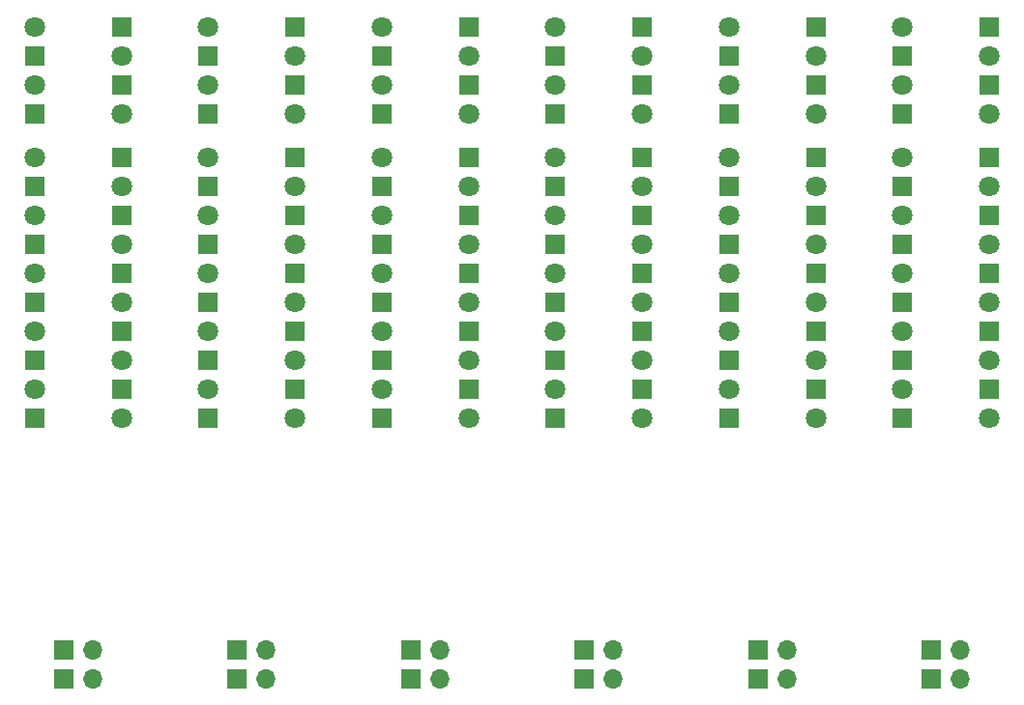
<source format=gts>
%MOIN*%
%OFA0B0*%
%FSLAX46Y46*%
%IPPOS*%
%LPD*%
%ADD10R,0.066929133858267723X0.066929133858267723*%
%ADD11O,0.066929133858267723X0.066929133858267723*%
%ADD12C,0.070866141732283464*%
%ADD13R,0.070866141732283464X0.070866141732283464*%
%ADD24R,0.066929133858267723X0.066929133858267723*%
%ADD25O,0.066929133858267723X0.066929133858267723*%
%ADD26C,0.070866141732283464*%
%ADD27R,0.070866141732283464X0.070866141732283464*%
%ADD28R,0.066929133858267723X0.066929133858267723*%
%ADD29O,0.066929133858267723X0.066929133858267723*%
%ADD30C,0.070866141732283464*%
%ADD31R,0.070866141732283464X0.070866141732283464*%
%ADD32R,0.066929133858267723X0.066929133858267723*%
%ADD33O,0.066929133858267723X0.066929133858267723*%
%ADD34C,0.070866141732283464*%
%ADD35R,0.070866141732283464X0.070866141732283464*%
%ADD36R,0.066929133858267723X0.066929133858267723*%
%ADD37O,0.066929133858267723X0.066929133858267723*%
%ADD38C,0.070866141732283464*%
%ADD39R,0.070866141732283464X0.070866141732283464*%
%ADD40R,0.066929133858267723X0.066929133858267723*%
%ADD41O,0.066929133858267723X0.066929133858267723*%
%ADD42C,0.070866141732283464*%
%ADD43R,0.070866141732283464X0.070866141732283464*%
G01*
D10*
X-0007750000Y0003800000D02*
X0000200000Y0000150000D03*
D11*
X0000300000Y0000150000D03*
X0000300000Y0000050000D03*
D10*
X0000200000Y0000050000D03*
D12*
X0000099999Y0002300000D03*
D13*
X0000099999Y0002200000D03*
X0000399999Y0002300000D03*
D12*
X0000399999Y0002200000D03*
X0000099999Y0002100000D03*
D13*
X0000099999Y0002000000D03*
D12*
X0000399999Y0002000000D03*
D13*
X0000399999Y0002100000D03*
X0000099999Y0001750000D03*
D12*
X0000099999Y0001850000D03*
D13*
X0000399999Y0001850000D03*
D12*
X0000399999Y0001750000D03*
X0000099999Y0001650000D03*
D13*
X0000099999Y0001550000D03*
X0000399999Y0001650000D03*
D12*
X0000399999Y0001550000D03*
X0000099999Y0001450000D03*
D13*
X0000099999Y0001350000D03*
X0000399999Y0001450000D03*
D12*
X0000399999Y0001350000D03*
D13*
X0000099999Y0001150000D03*
D12*
X0000099999Y0001250000D03*
X0000399999Y0001150000D03*
D13*
X0000399999Y0001250000D03*
D12*
X0000099999Y0001050000D03*
D13*
X0000099999Y0000950000D03*
X0000399999Y0001050000D03*
D12*
X0000399999Y0000950000D03*
G04 next file*
G04 #@! TF.GenerationSoftware,KiCad,Pcbnew,(5.1.10)-1*
G04 #@! TF.CreationDate,2021-10-24T19:42:44-07:00*
G04 #@! TF.ProjectId,project,70726f6a-6563-4742-9e6b-696361645f70,rev?*
G04 #@! TF.SameCoordinates,Original*
G04 #@! TF.FileFunction,Soldermask,Top*
G04 #@! TF.FilePolarity,Negative*
G04 Gerber Fmt 4.6, Leading zero omitted, Abs format (unit mm)*
G04 Created by KiCad (PCBNEW (5.1.10)-1) date 2021-10-24 19:42:44*
G01*
G04 APERTURE LIST*
G04 APERTURE END LIST*
D24*
X-0007151574Y0003800000D02*
X0000798425Y0000150000D03*
D25*
X0000898425Y0000150000D03*
X0000898425Y0000050000D03*
D24*
X0000798425Y0000050000D03*
D26*
X0000698425Y0002300000D03*
D27*
X0000698425Y0002200000D03*
X0000998425Y0002300000D03*
D26*
X0000998425Y0002200000D03*
X0000698425Y0002100000D03*
D27*
X0000698425Y0002000000D03*
D26*
X0000998425Y0002000000D03*
D27*
X0000998425Y0002100000D03*
X0000698425Y0001750000D03*
D26*
X0000698425Y0001850000D03*
D27*
X0000998425Y0001850000D03*
D26*
X0000998425Y0001750000D03*
X0000698425Y0001650000D03*
D27*
X0000698425Y0001550000D03*
X0000998425Y0001650000D03*
D26*
X0000998425Y0001550000D03*
X0000698425Y0001450000D03*
D27*
X0000698425Y0001350000D03*
X0000998425Y0001450000D03*
D26*
X0000998425Y0001350000D03*
D27*
X0000698425Y0001150000D03*
D26*
X0000698425Y0001250000D03*
X0000998425Y0001150000D03*
D27*
X0000998425Y0001250000D03*
D26*
X0000698425Y0001050000D03*
D27*
X0000698425Y0000950000D03*
X0000998425Y0001050000D03*
D26*
X0000998425Y0000950000D03*
G04 next file*
G04 #@! TF.GenerationSoftware,KiCad,Pcbnew,(5.1.10)-1*
G04 #@! TF.CreationDate,2021-10-24T19:42:44-07:00*
G04 #@! TF.ProjectId,project,70726f6a-6563-4742-9e6b-696361645f70,rev?*
G04 #@! TF.SameCoordinates,Original*
G04 #@! TF.FileFunction,Soldermask,Top*
G04 #@! TF.FilePolarity,Negative*
G04 Gerber Fmt 4.6, Leading zero omitted, Abs format (unit mm)*
G04 Created by KiCad (PCBNEW (5.1.10)-1) date 2021-10-24 19:42:44*
G01*
G04 APERTURE LIST*
G04 APERTURE END LIST*
D28*
X-0006553149Y0003800000D02*
X0001396850Y0000150000D03*
D29*
X0001496850Y0000150000D03*
X0001496850Y0000050000D03*
D28*
X0001396850Y0000050000D03*
D30*
X0001296850Y0002300000D03*
D31*
X0001296850Y0002200000D03*
X0001596850Y0002300000D03*
D30*
X0001596850Y0002200000D03*
X0001296850Y0002100000D03*
D31*
X0001296850Y0002000000D03*
D30*
X0001596850Y0002000000D03*
D31*
X0001596850Y0002100000D03*
X0001296850Y0001750000D03*
D30*
X0001296850Y0001850000D03*
D31*
X0001596850Y0001850000D03*
D30*
X0001596850Y0001750000D03*
X0001296850Y0001650000D03*
D31*
X0001296850Y0001550000D03*
X0001596850Y0001650000D03*
D30*
X0001596850Y0001550000D03*
X0001296850Y0001450000D03*
D31*
X0001296850Y0001350000D03*
X0001596850Y0001450000D03*
D30*
X0001596850Y0001350000D03*
D31*
X0001296850Y0001150000D03*
D30*
X0001296850Y0001250000D03*
X0001596850Y0001150000D03*
D31*
X0001596850Y0001250000D03*
D30*
X0001296850Y0001050000D03*
D31*
X0001296850Y0000950000D03*
X0001596850Y0001050000D03*
D30*
X0001596850Y0000950000D03*
G04 next file*
G04 #@! TF.GenerationSoftware,KiCad,Pcbnew,(5.1.10)-1*
G04 #@! TF.CreationDate,2021-10-24T19:42:44-07:00*
G04 #@! TF.ProjectId,project,70726f6a-6563-4742-9e6b-696361645f70,rev?*
G04 #@! TF.SameCoordinates,Original*
G04 #@! TF.FileFunction,Soldermask,Top*
G04 #@! TF.FilePolarity,Negative*
G04 Gerber Fmt 4.6, Leading zero omitted, Abs format (unit mm)*
G04 Created by KiCad (PCBNEW (5.1.10)-1) date 2021-10-24 19:42:44*
G01*
G04 APERTURE LIST*
G04 APERTURE END LIST*
D32*
X-0005954724Y0003800000D02*
X0001995275Y0000150000D03*
D33*
X0002095275Y0000150000D03*
X0002095275Y0000050000D03*
D32*
X0001995275Y0000050000D03*
D34*
X0001895275Y0002300000D03*
D35*
X0001895275Y0002200000D03*
X0002195275Y0002300000D03*
D34*
X0002195275Y0002200000D03*
X0001895275Y0002100000D03*
D35*
X0001895275Y0002000000D03*
D34*
X0002195275Y0002000000D03*
D35*
X0002195275Y0002100000D03*
X0001895275Y0001750000D03*
D34*
X0001895275Y0001850000D03*
D35*
X0002195275Y0001850000D03*
D34*
X0002195275Y0001750000D03*
X0001895275Y0001650000D03*
D35*
X0001895275Y0001550000D03*
X0002195275Y0001650000D03*
D34*
X0002195275Y0001550000D03*
X0001895275Y0001450000D03*
D35*
X0001895275Y0001350000D03*
X0002195275Y0001450000D03*
D34*
X0002195275Y0001350000D03*
D35*
X0001895275Y0001150000D03*
D34*
X0001895275Y0001250000D03*
X0002195275Y0001150000D03*
D35*
X0002195275Y0001250000D03*
D34*
X0001895275Y0001050000D03*
D35*
X0001895275Y0000950000D03*
X0002195275Y0001050000D03*
D34*
X0002195275Y0000950000D03*
G04 next file*
G04 #@! TF.GenerationSoftware,KiCad,Pcbnew,(5.1.10)-1*
G04 #@! TF.CreationDate,2021-10-24T19:42:44-07:00*
G04 #@! TF.ProjectId,project,70726f6a-6563-4742-9e6b-696361645f70,rev?*
G04 #@! TF.SameCoordinates,Original*
G04 #@! TF.FileFunction,Soldermask,Top*
G04 #@! TF.FilePolarity,Negative*
G04 Gerber Fmt 4.6, Leading zero omitted, Abs format (unit mm)*
G04 Created by KiCad (PCBNEW (5.1.10)-1) date 2021-10-24 19:42:44*
G01*
G04 APERTURE LIST*
G04 APERTURE END LIST*
D36*
X-0005356299Y0003800000D02*
X0002593700Y0000150000D03*
D37*
X0002693700Y0000150000D03*
X0002693700Y0000050000D03*
D36*
X0002593700Y0000050000D03*
D38*
X0002493700Y0002300000D03*
D39*
X0002493700Y0002200000D03*
X0002793700Y0002300000D03*
D38*
X0002793700Y0002200000D03*
X0002493700Y0002100000D03*
D39*
X0002493700Y0002000000D03*
D38*
X0002793700Y0002000000D03*
D39*
X0002793700Y0002100000D03*
X0002493700Y0001750000D03*
D38*
X0002493700Y0001850000D03*
D39*
X0002793700Y0001850000D03*
D38*
X0002793700Y0001750000D03*
X0002493700Y0001650000D03*
D39*
X0002493700Y0001550000D03*
X0002793700Y0001650000D03*
D38*
X0002793700Y0001550000D03*
X0002493700Y0001450000D03*
D39*
X0002493700Y0001350000D03*
X0002793700Y0001450000D03*
D38*
X0002793700Y0001350000D03*
D39*
X0002493700Y0001150000D03*
D38*
X0002493700Y0001250000D03*
X0002793700Y0001150000D03*
D39*
X0002793700Y0001250000D03*
D38*
X0002493700Y0001050000D03*
D39*
X0002493700Y0000950000D03*
X0002793700Y0001050000D03*
D38*
X0002793700Y0000950000D03*
G04 next file*
G04 #@! TF.GenerationSoftware,KiCad,Pcbnew,(5.1.10)-1*
G04 #@! TF.CreationDate,2021-10-24T19:42:44-07:00*
G04 #@! TF.ProjectId,project,70726f6a-6563-4742-9e6b-696361645f70,rev?*
G04 #@! TF.SameCoordinates,Original*
G04 #@! TF.FileFunction,Soldermask,Top*
G04 #@! TF.FilePolarity,Negative*
G04 Gerber Fmt 4.6, Leading zero omitted, Abs format (unit mm)*
G04 Created by KiCad (PCBNEW (5.1.10)-1) date 2021-10-24 19:42:44*
G01*
G04 APERTURE LIST*
G04 APERTURE END LIST*
D40*
X-0004757873Y0003800000D02*
X0003192125Y0000150000D03*
D41*
X0003292125Y0000150000D03*
X0003292125Y0000050000D03*
D40*
X0003192125Y0000050000D03*
D42*
X0003092125Y0002300000D03*
D43*
X0003092125Y0002200000D03*
X0003392125Y0002300000D03*
D42*
X0003392125Y0002200000D03*
X0003092125Y0002100000D03*
D43*
X0003092125Y0002000000D03*
D42*
X0003392125Y0002000000D03*
D43*
X0003392125Y0002100000D03*
X0003092125Y0001750000D03*
D42*
X0003092125Y0001850000D03*
D43*
X0003392125Y0001850000D03*
D42*
X0003392125Y0001750000D03*
X0003092125Y0001650000D03*
D43*
X0003092125Y0001550000D03*
X0003392125Y0001650000D03*
D42*
X0003392125Y0001550000D03*
X0003092125Y0001450000D03*
D43*
X0003092125Y0001350000D03*
X0003392125Y0001450000D03*
D42*
X0003392125Y0001350000D03*
D43*
X0003092125Y0001150000D03*
D42*
X0003092125Y0001250000D03*
X0003392125Y0001150000D03*
D43*
X0003392125Y0001250000D03*
D42*
X0003092125Y0001050000D03*
D43*
X0003092125Y0000950000D03*
X0003392125Y0001050000D03*
D42*
X0003392125Y0000950000D03*
M02*
</source>
